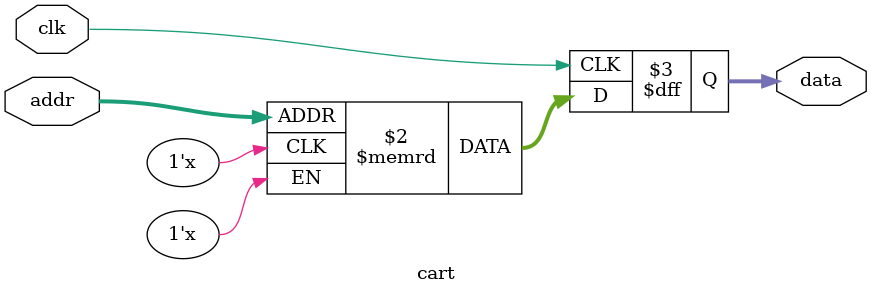
<source format=v>

module cart(
	input clk,
	input [23:0] addr,
	output reg [7:0] data
);

reg [7:0] rom_data [8388608:0] /*verilator public*/;

/*initial begin
    $readmemh("boot_rom.mem", rom_data);
end*/

always @(posedge clk)
begin
    data <= rom_data[addr];
end

endmodule

</source>
